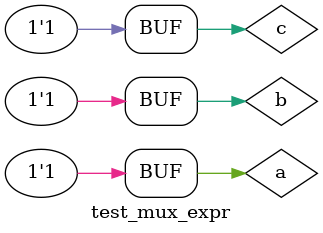
<source format=v>

module mux2to1 (output y, 
                input a, 
                input b, 
                input sel);

  assign y = (sel) ? b : a; // If 'sel' = 1, seleciona 'b'; else: seleciona 'a'
endmodule

module mux_expr (output s,
                 input a,
                 input b,
                 input c);
  wire not_a, not_b, not_c;
  wire m1, m2;

  not (not_a, a);
  not (not_b, b);
  not (not_c, c);

  mux2to1 mux1 (m1, a, b, c);          // MUX(a, b, c)
  mux2to1 mux2 (m2, not_b, not_a, c);  // MUX(NOT(b), NOT(a), c)
  mux2to1 mux3 (s, m1, m2, not_c);     // MUX(m1, m2, NOT(c))
endmodule

module test_mux_expr;
  reg a, b, c;
  wire s;

  mux_expr dut (s, a, b, c);

  initial begin
    $display(" a b c | s");
    $monitor(" %b %b %b | %b", a, b, c, s);

    a = 0; b = 0; c = 0; #1;
    a = 0; b = 0; c = 1; #1;
    a = 0; b = 1; c = 0; #1;
    a = 0; b = 1; c = 1; #1;
    a = 1; b = 0; c = 0; #1;
    a = 1; b = 0; c = 1; #1;
    a = 1; b = 1; c = 0; #1;
    a = 1; b = 1; c = 1; #1;
  end
endmodule
</source>
